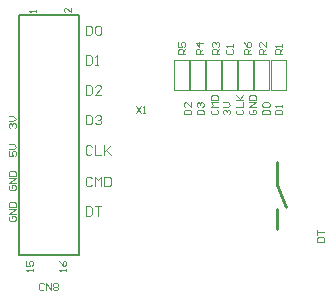
<source format=gto>
G04*
G04 #@! TF.GenerationSoftware,Altium Limited,Altium Designer,23.5.1 (21)*
G04*
G04 Layer_Color=65535*
%FSLAX44Y44*%
%MOMM*%
G71*
G04*
G04 #@! TF.SameCoordinates,BAE598E1-DFF8-4769-8F25-E61B10B1D6D2*
G04*
G04*
G04 #@! TF.FilePolarity,Positive*
G04*
G01*
G75*
%ADD10C,0.2540*%
%ADD11C,0.1000*%
%ADD12C,0.1500*%
D10*
X229500Y80500D02*
Y97000D01*
Y117750D02*
X237000Y99000D01*
X229500Y117750D02*
Y137500D01*
D11*
X224400Y197800D02*
X237100D01*
Y223200D01*
X224400D02*
X237100D01*
X224400Y197800D02*
Y223200D01*
X142150Y197800D02*
X154850D01*
Y223200D01*
X142150D02*
X154850D01*
X142150Y197800D02*
Y223200D01*
X155900Y197800D02*
X168600D01*
Y223200D01*
X155900D02*
X168600D01*
X155900Y197800D02*
Y223200D01*
X169610Y197800D02*
X182310D01*
Y223200D01*
X169610D02*
X182310D01*
X169610Y197800D02*
Y223200D01*
X183150D02*
X195850D01*
X183150Y197800D02*
X195850D01*
Y223200D01*
X183150Y197800D02*
Y223200D01*
X210650Y197800D02*
X223350D01*
Y223200D01*
X210650D02*
X223350D01*
X210650Y197800D02*
Y223200D01*
X196900Y197800D02*
Y223200D01*
X209600D01*
Y197800D02*
Y223200D01*
X196900Y197800D02*
X209600D01*
X3391Y91399D02*
X2392Y90400D01*
Y88400D01*
X3391Y87401D01*
X7390D01*
X8390Y88400D01*
Y90400D01*
X7390Y91399D01*
X5390D01*
Y89400D01*
X8390Y93399D02*
X2392D01*
X8390Y97397D01*
X2392D01*
Y99397D02*
X8390D01*
Y102396D01*
X7390Y103396D01*
X3391D01*
X2392Y102396D01*
Y99397D01*
X3391Y117500D02*
X2392Y116500D01*
Y114501D01*
X3391Y113501D01*
X7390D01*
X8390Y114501D01*
Y116500D01*
X7390Y117500D01*
X5390D01*
Y115500D01*
X8390Y119499D02*
X2392D01*
X8390Y123497D01*
X2392D01*
Y125497D02*
X8390D01*
Y128496D01*
X7390Y129496D01*
X3391D01*
X2392Y128496D01*
Y125497D01*
X2998Y146195D02*
Y142196D01*
X5997D01*
X4997Y144195D01*
Y145195D01*
X5997Y146195D01*
X7996D01*
X8996Y145195D01*
Y143196D01*
X7996Y142196D01*
X2998Y148194D02*
X6997D01*
X8996Y150193D01*
X6997Y152193D01*
X2998D01*
X3474Y165834D02*
X2474Y166834D01*
Y168833D01*
X3474Y169833D01*
X4473D01*
X5473Y168833D01*
Y167833D01*
Y168833D01*
X6473Y169833D01*
X7472D01*
X8472Y168833D01*
Y166834D01*
X7472Y165834D01*
X2474Y171832D02*
X6473D01*
X8472Y173831D01*
X6473Y175831D01*
X2474D01*
X184998Y177502D02*
X183998Y178502D01*
Y180501D01*
X184998Y181501D01*
X185998D01*
X186997Y180501D01*
Y179501D01*
Y180501D01*
X187997Y181501D01*
X188997D01*
X189996Y180501D01*
Y178502D01*
X188997Y177502D01*
X183998Y183500D02*
X187997D01*
X189996Y185499D01*
X187997Y187499D01*
X183998D01*
X206998Y181501D02*
X205998Y180501D01*
Y178502D01*
X206998Y177502D01*
X210997D01*
X211996Y178502D01*
Y180501D01*
X210997Y181501D01*
X208997D01*
Y179501D01*
X211996Y183500D02*
X205998D01*
X211996Y187499D01*
X205998D01*
Y189498D02*
X211996D01*
Y192497D01*
X210997Y193497D01*
X206998D01*
X205998Y192497D01*
Y189498D01*
X228042Y177502D02*
X234040D01*
Y180501D01*
X233040Y181501D01*
X229042D01*
X228042Y180501D01*
Y177502D01*
X234040Y183500D02*
Y185499D01*
Y184500D01*
X228042D01*
X229042Y183500D01*
X217402Y177502D02*
X223400D01*
Y180501D01*
X222400Y181501D01*
X218402D01*
X217402Y180501D01*
Y177502D01*
X218402Y183500D02*
X217402Y184500D01*
Y186499D01*
X218402Y187499D01*
X222400D01*
X223400Y186499D01*
Y184500D01*
X222400Y183500D01*
X218402D01*
X150750Y177502D02*
X156748D01*
Y180501D01*
X155748Y181501D01*
X151749D01*
X150750Y180501D01*
Y177502D01*
X156748Y187499D02*
Y183500D01*
X152749Y187499D01*
X151749D01*
X150750Y186499D01*
Y184500D01*
X151749Y183500D01*
X161602Y177502D02*
X167600D01*
Y180501D01*
X166600Y181501D01*
X162602D01*
X161602Y180501D01*
Y177502D01*
X162602Y183500D02*
X161602Y184500D01*
Y186499D01*
X162602Y187499D01*
X163601D01*
X164601Y186499D01*
Y185499D01*
Y186499D01*
X165601Y187499D01*
X166600D01*
X167600Y186499D01*
Y184500D01*
X166600Y183500D01*
X196022Y181501D02*
X195022Y180501D01*
Y178502D01*
X196022Y177502D01*
X200020D01*
X201020Y178502D01*
Y180501D01*
X200020Y181501D01*
X195022Y183500D02*
X201020D01*
Y187499D01*
X195022Y189498D02*
X201020D01*
X199021D01*
X195022Y193497D01*
X198021Y190498D01*
X201020Y193497D01*
X174711Y181501D02*
X173711Y180501D01*
Y178502D01*
X174711Y177502D01*
X178710D01*
X179709Y178502D01*
Y180501D01*
X178710Y181501D01*
X179709Y183500D02*
X173711D01*
X175711Y185499D01*
X173711Y187499D01*
X179709D01*
X173711Y189498D02*
X179709D01*
Y192497D01*
X178710Y193497D01*
X174711D01*
X173711Y192497D01*
Y189498D01*
X263856Y69552D02*
X269854D01*
Y72551D01*
X268854Y73551D01*
X264856D01*
X263856Y72551D01*
Y69552D01*
Y75550D02*
Y79549D01*
Y77549D01*
X269854D01*
X67654Y99663D02*
Y91666D01*
X71653D01*
X72986Y92999D01*
Y98330D01*
X71653Y99663D01*
X67654D01*
X75651D02*
X80983D01*
X78317D01*
Y91666D01*
X72986Y123223D02*
X71653Y124555D01*
X68987D01*
X67654Y123223D01*
Y117891D01*
X68987Y116558D01*
X71653D01*
X72986Y117891D01*
X75651Y116558D02*
Y124555D01*
X78317Y121890D01*
X80983Y124555D01*
Y116558D01*
X83649Y124555D02*
Y116558D01*
X87648D01*
X88980Y117891D01*
Y123223D01*
X87648Y124555D01*
X83649D01*
X72986Y149893D02*
X71653Y151225D01*
X68987D01*
X67654Y149893D01*
Y144561D01*
X68987Y143228D01*
X71653D01*
X72986Y144561D01*
X75651Y151225D02*
Y143228D01*
X80983D01*
X83649Y151225D02*
Y143228D01*
Y145894D01*
X88980Y151225D01*
X84982Y147227D01*
X88980Y143228D01*
X67654Y176879D02*
Y168882D01*
X71653D01*
X72986Y170215D01*
Y175546D01*
X71653Y176879D01*
X67654D01*
X75651Y175546D02*
X76984Y176879D01*
X79650D01*
X80983Y175546D01*
Y174214D01*
X79650Y172881D01*
X78317D01*
X79650D01*
X80983Y171548D01*
Y170215D01*
X79650Y168882D01*
X76984D01*
X75651Y170215D01*
X67654Y202012D02*
Y194015D01*
X71653D01*
X72986Y195348D01*
Y200679D01*
X71653Y202012D01*
X67654D01*
X80983Y194015D02*
X75651D01*
X80983Y199346D01*
Y200679D01*
X79650Y202012D01*
X76984D01*
X75651Y200679D01*
X67654Y227553D02*
Y219555D01*
X71653D01*
X72986Y220888D01*
Y226220D01*
X71653Y227553D01*
X67654D01*
X75651Y219555D02*
X78317D01*
X76984D01*
Y227553D01*
X75651Y226220D01*
X67654Y252571D02*
Y244574D01*
X71653D01*
X72986Y245907D01*
Y251238D01*
X71653Y252571D01*
X67654D01*
X75651Y251238D02*
X76984Y252571D01*
X79650D01*
X80983Y251238D01*
Y245907D01*
X79650Y244574D01*
X76984D01*
X75651Y245907D01*
Y251238D01*
X26053Y263878D02*
Y265877D01*
Y264878D01*
X20055D01*
X21055Y263878D01*
X55208Y267877D02*
Y263878D01*
X51209Y267877D01*
X50210D01*
X49210Y266877D01*
Y264878D01*
X50210Y263878D01*
X23458Y44422D02*
Y46421D01*
Y45422D01*
X17460D01*
X18460Y44422D01*
X17460Y53419D02*
Y49420D01*
X20459D01*
X19459Y51420D01*
Y52419D01*
X20459Y53419D01*
X22458D01*
X23458Y52419D01*
Y50420D01*
X22458Y49420D01*
X51453Y44422D02*
Y46421D01*
Y45422D01*
X45455D01*
X46455Y44422D01*
X45455Y53419D02*
X46455Y51420D01*
X48454Y49420D01*
X50453D01*
X51453Y50420D01*
Y52419D01*
X50453Y53419D01*
X49454D01*
X48454Y52419D01*
Y49420D01*
X207537Y228588D02*
X201539D01*
Y231587D01*
X202539Y232587D01*
X204538D01*
X205538Y231587D01*
Y228588D01*
Y230588D02*
X207537Y232587D01*
X201539Y238585D02*
X202539Y236586D01*
X204538Y234586D01*
X206538D01*
X207537Y235586D01*
Y237585D01*
X206538Y238585D01*
X205538D01*
X204538Y237585D01*
Y234586D01*
X110296Y184750D02*
X114295Y178752D01*
Y184750D02*
X110296Y178752D01*
X116294D02*
X118294D01*
X117294D01*
Y184750D01*
X116294Y183750D01*
X152187Y228588D02*
X146189D01*
Y231587D01*
X147189Y232587D01*
X149188D01*
X150188Y231587D01*
Y228588D01*
Y230588D02*
X152187Y232587D01*
X146189Y238585D02*
Y234586D01*
X149188D01*
X148188Y236586D01*
Y237585D01*
X149188Y238585D01*
X151187D01*
X152187Y237585D01*
Y235586D01*
X151187Y234586D01*
X166749Y228588D02*
X160751D01*
Y231587D01*
X161751Y232587D01*
X163750D01*
X164750Y231587D01*
Y228588D01*
Y230588D02*
X166749Y232587D01*
Y237585D02*
X160751D01*
X163750Y234586D01*
Y238585D01*
X180709Y228588D02*
X174711D01*
Y231587D01*
X175711Y232587D01*
X177710D01*
X178710Y231587D01*
Y228588D01*
Y230588D02*
X180709Y232587D01*
X175711Y234586D02*
X174711Y235586D01*
Y237585D01*
X175711Y238585D01*
X176711D01*
X177710Y237585D01*
Y236586D01*
Y237585D01*
X178710Y238585D01*
X179710D01*
X180709Y237585D01*
Y235586D01*
X179710Y234586D01*
X220253Y228588D02*
X214255D01*
Y231587D01*
X215255Y232587D01*
X217254D01*
X218254Y231587D01*
Y228588D01*
Y230588D02*
X220253Y232587D01*
Y238585D02*
Y234586D01*
X216254Y238585D01*
X215255D01*
X214255Y237585D01*
Y235586D01*
X215255Y234586D01*
X234249Y228588D02*
X228251D01*
Y231587D01*
X229251Y232587D01*
X231250D01*
X232250Y231587D01*
Y228588D01*
Y230588D02*
X234249Y232587D01*
Y234586D02*
Y236586D01*
Y235586D01*
X228251D01*
X229251Y234586D01*
X187501Y232587D02*
X186501Y231587D01*
Y229588D01*
X187501Y228588D01*
X191499D01*
X192499Y229588D01*
Y231587D01*
X191499Y232587D01*
X192499Y234586D02*
Y236586D01*
Y235586D01*
X186501D01*
X187501Y234586D01*
X32159Y33467D02*
X31160Y34467D01*
X29160D01*
X28161Y33467D01*
Y29469D01*
X29160Y28469D01*
X31160D01*
X32159Y29469D01*
X34159Y28469D02*
Y34467D01*
X38157Y28469D01*
Y34467D01*
X40157Y33467D02*
X41156Y34467D01*
X43156D01*
X44155Y33467D01*
Y32468D01*
X43156Y31468D01*
X44155Y30468D01*
Y29469D01*
X43156Y28469D01*
X41156D01*
X40157Y29469D01*
Y30468D01*
X41156Y31468D01*
X40157Y32468D01*
Y33467D01*
X41156Y31468D02*
X43156D01*
D12*
X11353Y261196D02*
X62153D01*
Y57996D02*
Y261196D01*
X11353Y57996D02*
Y261196D01*
Y57996D02*
X62153D01*
M02*

</source>
